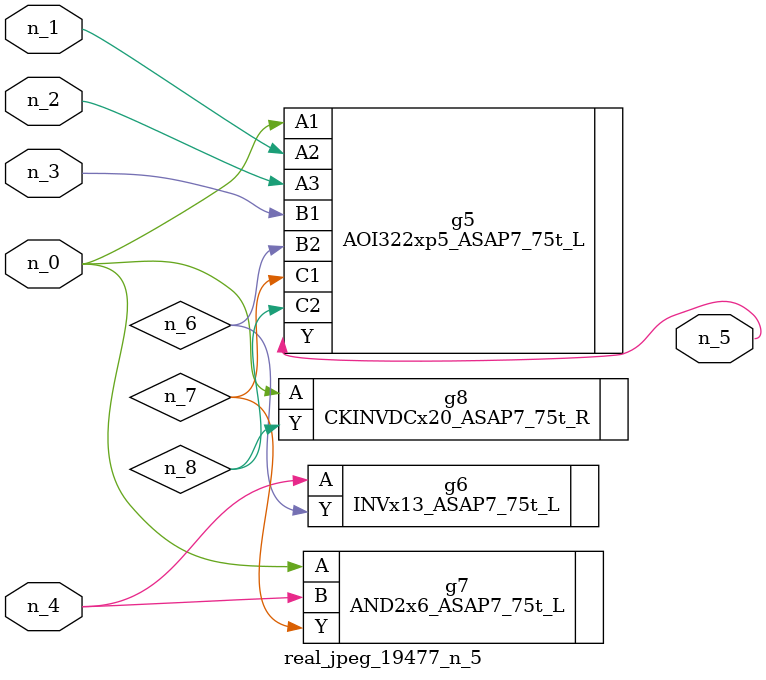
<source format=v>
module real_jpeg_19477_n_5 (n_4, n_0, n_1, n_2, n_3, n_5);

input n_4;
input n_0;
input n_1;
input n_2;
input n_3;

output n_5;

wire n_8;
wire n_6;
wire n_7;

AOI322xp5_ASAP7_75t_L g5 ( 
.A1(n_0),
.A2(n_1),
.A3(n_2),
.B1(n_3),
.B2(n_6),
.C1(n_7),
.C2(n_8),
.Y(n_5)
);

AND2x6_ASAP7_75t_L g7 ( 
.A(n_0),
.B(n_4),
.Y(n_7)
);

CKINVDCx20_ASAP7_75t_R g8 ( 
.A(n_0),
.Y(n_8)
);

INVx13_ASAP7_75t_L g6 ( 
.A(n_4),
.Y(n_6)
);


endmodule
</source>
